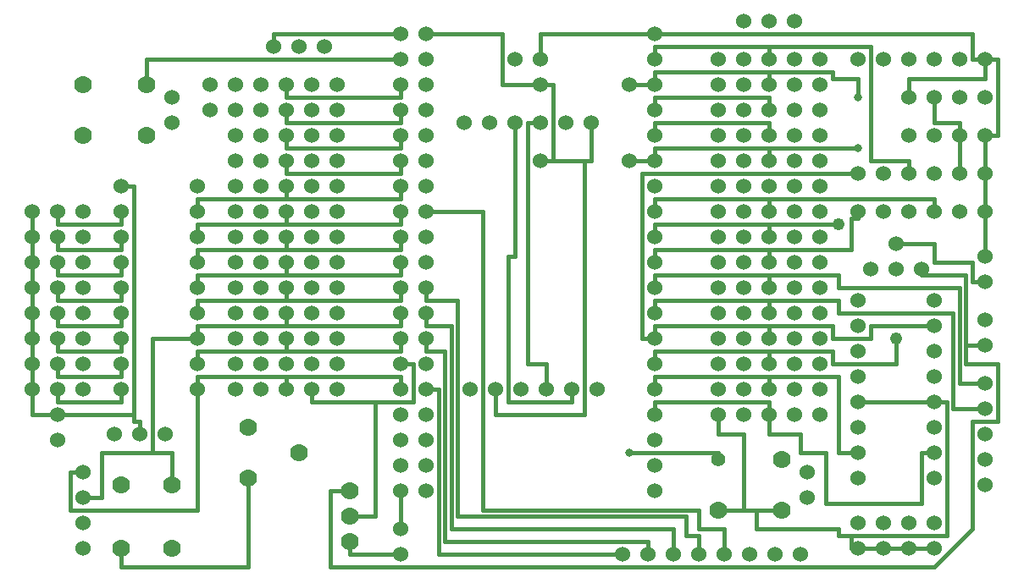
<source format=gbr>
%FSLAX35Y35*%
%MOIN*%
G04 EasyPC Gerber Version 18.0.8 Build 3632 *
%ADD24C,0.01500*%
%ADD71C,0.03200*%
%ADD92C,0.04800*%
%ADD19C,0.05600*%
%ADD70C,0.06000*%
%ADD77C,0.07000*%
X0Y0D02*
D02*
D19*
X285250Y52800D03*
D02*
D70*
X15250Y80300D03*
Y90300D03*
Y100300D03*
Y110300D03*
Y120300D03*
Y130300D03*
Y140300D03*
Y150300D03*
X25250Y60300D03*
Y70300D03*
Y80300D03*
Y90300D03*
Y100300D03*
Y110300D03*
Y120300D03*
Y130300D03*
Y140300D03*
Y150300D03*
X35250Y17800D03*
Y27800D03*
Y37800D03*
Y47800D03*
Y80300D03*
Y90300D03*
Y100300D03*
Y110300D03*
Y120300D03*
Y130300D03*
Y140300D03*
Y150300D03*
X47750Y62800D03*
X50250Y80300D03*
Y90300D03*
Y100300D03*
Y110300D03*
Y120300D03*
Y130300D03*
Y140300D03*
Y150300D03*
Y160300D03*
X57750Y62800D03*
X67750D03*
X70250Y185300D03*
Y195300D03*
X80250Y80300D03*
Y90300D03*
Y100300D03*
Y110300D03*
Y120300D03*
Y130300D03*
Y140300D03*
Y150300D03*
Y160300D03*
X85250Y190300D03*
Y200300D03*
X95250Y80300D03*
Y90300D03*
Y100300D03*
Y110300D03*
Y120300D03*
Y130300D03*
Y140300D03*
Y150300D03*
Y160300D03*
Y170300D03*
Y180300D03*
Y190300D03*
Y200300D03*
X105250Y80300D03*
Y90300D03*
Y100300D03*
Y110300D03*
Y120300D03*
Y130300D03*
Y140300D03*
Y150300D03*
Y160300D03*
Y170300D03*
Y180300D03*
Y190300D03*
Y200300D03*
X110250Y215300D03*
X115250Y80300D03*
Y90300D03*
Y100300D03*
Y110300D03*
Y120300D03*
Y130300D03*
Y140300D03*
Y150300D03*
Y160300D03*
Y170300D03*
Y180300D03*
Y190300D03*
Y200300D03*
X120250Y215300D03*
X125250Y80300D03*
Y90300D03*
Y100300D03*
Y110300D03*
Y120300D03*
Y130300D03*
Y140300D03*
Y150300D03*
Y160300D03*
Y170300D03*
Y180300D03*
Y190300D03*
Y200300D03*
X130250Y215300D03*
X135250Y80300D03*
Y90300D03*
Y100300D03*
Y110300D03*
Y120300D03*
Y130300D03*
Y140300D03*
Y150300D03*
Y160300D03*
Y170300D03*
Y180300D03*
Y190300D03*
Y200300D03*
X160250Y15300D03*
Y25300D03*
Y40300D03*
Y50300D03*
Y60300D03*
Y70300D03*
Y80300D03*
Y90300D03*
Y100300D03*
Y110300D03*
Y120300D03*
Y130300D03*
Y140300D03*
Y150300D03*
Y160300D03*
Y170300D03*
Y180300D03*
Y190300D03*
Y200300D03*
Y210300D03*
Y220300D03*
X170250Y40300D03*
Y50300D03*
Y60300D03*
Y70300D03*
Y80300D03*
Y90300D03*
Y100300D03*
Y110300D03*
Y120300D03*
Y130300D03*
Y140300D03*
Y150300D03*
Y160300D03*
Y170300D03*
Y180300D03*
Y190300D03*
Y200300D03*
Y210300D03*
Y220300D03*
X185250Y185300D03*
X187750Y80300D03*
X195250Y185300D03*
X197750Y80300D03*
X205250Y185300D03*
Y210300D03*
X207750Y80300D03*
X215250Y170300D03*
Y185300D03*
Y200300D03*
Y210300D03*
X217750Y80300D03*
X225250Y185300D03*
X227750Y80300D03*
X235250Y185300D03*
X237750Y80300D03*
X247750Y15300D03*
X250250Y170300D03*
Y200300D03*
X257750Y15300D03*
X260250Y40300D03*
Y50300D03*
Y60300D03*
Y70300D03*
Y80300D03*
Y90300D03*
Y100300D03*
Y110300D03*
Y120300D03*
Y130300D03*
Y140300D03*
Y150300D03*
Y160300D03*
Y170300D03*
Y180300D03*
Y190300D03*
Y200300D03*
Y210300D03*
Y220300D03*
X267750Y15300D03*
X277750D03*
X285250Y70300D03*
Y80300D03*
Y90300D03*
Y100300D03*
Y110300D03*
Y120300D03*
Y130300D03*
Y140300D03*
Y150300D03*
Y160300D03*
Y170300D03*
Y180300D03*
Y190300D03*
Y200300D03*
Y210300D03*
X287750Y15300D03*
X295250Y70300D03*
Y80300D03*
Y90300D03*
Y100300D03*
Y110300D03*
Y120300D03*
Y130300D03*
Y140300D03*
Y150300D03*
Y160300D03*
Y170300D03*
Y180300D03*
Y190300D03*
Y200300D03*
Y210300D03*
Y225300D03*
X297750Y15300D03*
X305250Y70300D03*
Y80300D03*
Y90300D03*
Y100300D03*
Y110300D03*
Y120300D03*
Y130300D03*
Y140300D03*
Y150300D03*
Y160300D03*
Y170300D03*
Y180300D03*
Y190300D03*
Y200300D03*
Y210300D03*
Y225300D03*
X307750Y15300D03*
X315250Y70300D03*
Y80300D03*
Y90300D03*
Y100300D03*
Y110300D03*
Y120300D03*
Y130300D03*
Y140300D03*
Y150300D03*
Y160300D03*
Y170300D03*
Y180300D03*
Y190300D03*
Y200300D03*
Y210300D03*
Y225300D03*
X317750Y15300D03*
X320250Y37800D03*
Y47800D03*
X325250Y70300D03*
Y80300D03*
Y90300D03*
Y100300D03*
Y110300D03*
Y120300D03*
Y130300D03*
Y140300D03*
Y150300D03*
Y160300D03*
Y170300D03*
Y180300D03*
Y190300D03*
Y200300D03*
Y210300D03*
X340250Y17800D03*
Y27800D03*
Y45300D03*
Y55300D03*
Y65300D03*
Y75300D03*
Y85300D03*
Y95300D03*
Y105300D03*
Y115300D03*
Y150300D03*
Y165300D03*
Y210300D03*
X345250Y127800D03*
X350250Y17800D03*
Y27800D03*
Y150300D03*
Y165300D03*
Y210300D03*
X355250Y127800D03*
Y137800D03*
X360250Y17800D03*
Y27800D03*
Y150300D03*
Y165300D03*
Y180300D03*
Y195300D03*
Y210300D03*
X365250Y127800D03*
X370250Y17800D03*
Y27800D03*
Y45300D03*
Y55300D03*
Y65300D03*
Y75300D03*
Y85300D03*
Y95300D03*
Y105300D03*
Y115300D03*
Y150300D03*
Y165300D03*
Y180300D03*
Y195300D03*
Y210300D03*
X380250Y150300D03*
Y165300D03*
Y180300D03*
Y195300D03*
Y210300D03*
X390250Y42800D03*
Y52800D03*
Y62800D03*
Y72800D03*
Y82800D03*
Y97800D03*
Y107800D03*
Y122800D03*
Y132800D03*
Y150300D03*
Y165300D03*
Y180300D03*
Y195300D03*
Y210300D03*
D02*
D71*
X250250Y55300D03*
X340250Y175300D03*
Y195300D03*
D02*
D24*
X15250Y80300D02*
Y70300D01*
X25250*
X15250Y90300D02*
Y80300D01*
Y100300D02*
Y90300D01*
Y110300D02*
Y100300D01*
Y120300D02*
Y110300D01*
Y130300D02*
Y120300D01*
Y140300D02*
Y130300D01*
Y150300D02*
Y140300D01*
X25250Y70300D02*
X55250D01*
X35250Y37800D02*
X42750D01*
Y55300*
X70250*
X50250Y80300D02*
Y75300D01*
X25250*
Y80300*
X50250Y90300D02*
Y85300D01*
X25250*
Y90300*
X50250Y100300D02*
Y95300D01*
X25250*
Y100300*
X50250Y110300D02*
Y105300D01*
X25250*
Y110300*
X50250Y120300D02*
Y115300D01*
X25250*
Y120300*
X50250Y130300D02*
Y125300D01*
X25250*
Y130300*
X50250Y140300D02*
Y135300D01*
X25250*
Y140300*
X50250Y150300D02*
Y145300D01*
X25250*
Y150300*
X55250Y70300D02*
Y160300D01*
X50250*
X57750Y62800D02*
Y67800D01*
X55250*
Y70300*
X70250Y55300D02*
Y42800D01*
X80250Y80300D02*
Y32800D01*
X30250*
Y47800*
X35250*
X80250Y80300D02*
Y85300D01*
X115250*
X80250Y100300D02*
X62750D01*
Y55300*
X70250*
X80250Y110300D02*
Y115300D01*
X115250*
X80250Y120300D02*
Y125300D01*
X115250*
X80250Y130300D02*
Y135300D01*
X115250*
X80250Y140300D02*
Y145300D01*
X115250*
X80250Y150300D02*
Y155300D01*
X115250*
X100250Y45300D02*
Y10300D01*
X50250*
Y17800*
X115250Y80300D02*
Y85300D01*
X160250*
Y80300*
X115250Y100300D02*
Y95300D01*
X80250*
Y90300*
X115250Y100300D02*
Y95300D01*
X160250*
Y100300*
X115250Y105300D02*
X80250D01*
Y100300*
X115250Y105300D02*
Y110300D01*
Y115300D02*
Y120300D01*
Y125300D02*
Y130300D01*
Y135300D02*
Y140300D01*
Y145300D02*
Y150300D01*
Y155300D02*
Y160300D01*
X140250Y20300D02*
Y15300D01*
X160250*
X140250Y30300D02*
X150250D01*
Y75300*
X140250*
Y40300D02*
X132750D01*
Y10300*
X370250*
X385250Y25300*
Y67800*
X395250*
Y90300*
X382750*
Y97800*
X140250Y75300D02*
X125250D01*
Y80300*
X160250Y25300D02*
Y40300D01*
Y90300D02*
X165250D01*
Y75300*
X140250*
X160250Y110300D02*
Y105300D01*
X115250*
X160250Y120300D02*
Y115300D01*
X115250*
X160250Y130300D02*
Y125300D01*
X115250*
X160250Y140300D02*
Y135300D01*
X115250*
X160250Y150300D02*
Y145300D01*
X115250*
X160250Y160300D02*
Y155300D01*
X115250*
X160250Y170300D02*
Y165300D01*
X115250*
Y170300*
X160250Y180300D02*
Y175300D01*
X115250*
Y180300*
X160250Y190300D02*
Y185300D01*
X115250*
Y190300*
X160250Y200300D02*
Y195300D01*
X115250*
Y200300*
X160250Y210300D02*
X60250D01*
Y200300*
X160250Y220300D02*
X110250D01*
Y215300*
X170250Y80300D02*
X175250D01*
Y15300*
X247750*
X170250Y100300D02*
Y95300D01*
X177750*
Y20300*
X257750*
Y15300*
X170250Y110300D02*
Y105300D01*
X180250*
Y25300*
X267750*
Y15300*
X170250Y120300D02*
Y115300D01*
X182750*
Y30300*
X272750*
Y22800*
X277750*
Y15300*
X170250Y150300D02*
X192750D01*
Y32800*
X277750*
Y25300*
X287750*
Y15300*
X170250Y220300D02*
X200250D01*
Y200300*
X215250*
X197750Y80300D02*
Y70300D01*
X232750*
Y170300*
X205250Y185300D02*
Y132800D01*
X202750*
Y75300*
X227750*
Y80300*
X215250Y185300D02*
X210250D01*
Y90300*
X217750*
Y80300*
X215250Y200300D02*
X220250D01*
Y170300*
X215250*
Y210300D02*
Y220300D01*
X260250*
X232750Y170300D02*
X215250D01*
X235250Y185300D02*
Y170300D01*
X232750*
X250250Y55300D02*
X285250D01*
Y52800*
X250250Y170300D02*
X260250D01*
Y70300D02*
Y75300D01*
X305250*
Y70300*
X260250Y80300D02*
Y85300D01*
X305250*
X260250Y90300D02*
Y95300D01*
X305250*
X260250Y100300D02*
X255250D01*
Y165300*
X340250*
X260250Y100300D02*
Y105300D01*
X305250*
X260250Y110300D02*
Y115300D01*
X305250*
X260250Y120300D02*
Y125300D01*
X305250*
X260250Y130300D02*
Y135300D01*
X305250*
X260250Y140300D02*
Y145300D01*
X305250*
X260250Y150300D02*
Y155300D01*
X305250*
X260250Y170300D02*
Y175300D01*
X305250*
X260250Y180300D02*
Y185300D01*
X305250*
Y180300*
X260250Y190300D02*
Y195300D01*
X305250*
Y190300*
X260250Y200300D02*
X250250D01*
X260250D02*
Y205300D01*
X305250*
X260250Y210300D02*
Y215300D01*
X305250*
X260250Y220300D02*
X385250D01*
Y210300*
X390250*
X285250Y32800D02*
X300250D01*
Y25300*
X332750*
Y22800*
X285250Y32800D02*
X295250D01*
Y62800*
X285250*
Y70300*
X305250D02*
Y62800D01*
X317750*
Y55300*
X327750*
Y35300*
X365250*
Y55300*
X370250*
X305250Y85300D02*
Y80300D01*
Y95300D02*
Y90300D01*
Y105300D02*
Y100300D01*
Y115300D02*
Y110300D01*
Y125300D02*
X332750D01*
Y120300*
X380250*
Y82800*
X390250*
X305250Y125300D02*
Y120300D01*
Y135300D02*
Y130300D01*
Y145300D02*
X332750D01*
X305250D02*
Y140300D01*
Y155300D02*
Y150300D01*
Y175300D02*
X340250D01*
X305250D02*
Y170300D01*
Y205300D02*
Y200300D01*
Y215300D02*
Y210300D01*
X310250Y32800D02*
X295250D01*
X332750Y22800D02*
X337750D01*
Y17800*
X340250*
X350250*
X340250Y55300D02*
X332750D01*
Y85300*
X305250*
X340250Y75300D02*
X370250D01*
X340250Y150300D02*
Y147800D01*
X337750*
Y135300*
X305250*
X340250Y195300D02*
Y202800D01*
X330250*
Y205300*
X305250*
X350250Y17800D02*
X360250D01*
X355250Y100300D02*
Y90300D01*
X330250*
Y95300*
X305250*
X355250Y137800D02*
X370250D01*
Y130300*
X385250*
Y122800*
X390250*
X360250Y17800D02*
X370250D01*
X360250Y165300D02*
Y170300D01*
X345250*
Y215300*
X305250*
X360250Y195300D02*
Y202800D01*
X390250*
Y210300*
X370250Y75300D02*
X375250D01*
Y22800*
X332750*
X370250Y105300D02*
X345250D01*
Y100300*
X330250*
Y105300*
X305250*
X370250Y150300D02*
Y155300D01*
X305250*
X380250Y180300D02*
Y185300D01*
X370250*
Y195300*
X380250Y180300D02*
Y165300D01*
X382750Y97800D02*
Y125300D01*
X365250*
Y127800*
X390250Y72800D02*
X377750D01*
Y110300*
X332750*
Y115300*
X305250*
X390250Y97800D02*
X382750D01*
X390250Y132800D02*
Y150300D01*
Y165300D02*
Y150300D01*
Y180300D02*
Y165300D01*
Y210300D02*
X395250D01*
Y180300*
X390250*
D02*
D77*
X35250D03*
Y200300D03*
X50250Y17800D03*
Y42800D03*
X60250Y180300D03*
Y200300D03*
X70250Y17800D03*
Y42800D03*
X100250Y45300D03*
Y65300D03*
X120250Y55300D03*
X140250Y20300D03*
Y30300D03*
Y40300D03*
X285250Y32800D03*
X310250D03*
Y52800D03*
D02*
D92*
X332750Y145300D03*
X355250Y100300D03*
X0Y0D02*
M02*

</source>
